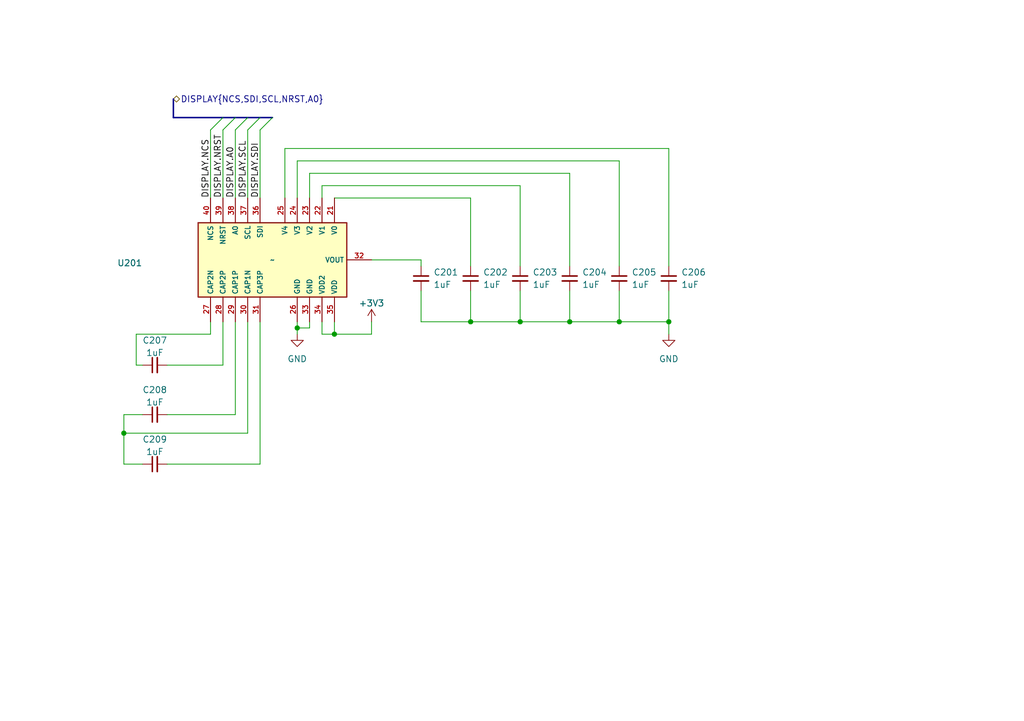
<source format=kicad_sch>
(kicad_sch (version 20231120) (generator "eeschema") (generator_version "8.0")
  (paper "A5")
  (title_block (title "EE318 - Slam Dunk Your Junk") (date "2024-05-01") (rev "V1") (company "Group 9") (comment 1 "Manufactured Design"))
  (lib_symbols
    (symbol "318_Part_Library:EA_DOGL128-6"
      (property "Reference" "U" (at 16.51 7.62 0))
      (symbol "EA_DOGL128-6_0_0"
        (rectangle (start -15.24 7.62) (end 15.24 -7.62) (stroke (width 0.254)) (fill (type background)))
      )
      (symbol "EA_DOGL128-6_1_0"
        (pin no_connect line (at -46.99 -10.16 90) (length 5.08) hide (name "NC") (number "1"))
        (pin no_connect line (at -46.99 -10.16 90) (length 5.08) hide (name "NC") (number "2"))
        (pin input line (at 12.7 12.7 270) (length 5.08) (name "V0") (number "21"))
        (pin input line (at 10.16 12.7 270) (length 5.08) (name "V1") (number "22"))
        (pin input line (at 7.62 12.7 270) (length 5.08) (name "V2") (number "23"))
        (pin input line (at 5.08 12.7 270) (length 5.08) (name "V3") (number "24"))
        (pin input line (at 2.54 12.7 270) (length 5.08) (name "V4") (number "25"))
        (pin power_in line (at 5.08 -12.7 90) (length 5.08) (name "GND") (number "26"))
        (pin input line (at -12.7 -12.7 90) (length 5.08) (name "CAP2N") (number "27"))
        (pin input line (at -10.16 -12.7 90) (length 5.08) (name "CAP2P") (number "28"))
        (pin input line (at -7.62 -12.7 90) (length 5.08) (name "CAP1P") (number "29"))
        (pin no_connect line (at -46.99 -10.16 90) (length 5.08) hide (name "NC") (number "3"))
        (pin input line (at -5.08 -12.7 90) (length 5.08) (name "CAP1N") (number "30"))
        (pin input line (at -2.54 -12.7 90) (length 5.08) (name "CAP3P") (number "31"))
        (pin power_out line (at 20.32 0 180) (length 5.08) (name "VOUT") (number "32"))
        (pin power_in line (at 7.62 -12.7 90) (length 5.08) (name "GND") (number "33"))
        (pin power_in line (at 10.16 -12.7 90) (length 5.08) (name "VDD2") (number "34"))
        (pin power_in line (at 12.7 -12.7 90) (length 5.08) (name "VDD") (number "35"))
        (pin input line (at -2.54 12.7 270) (length 5.08) (name "SDI") (number "36"))
        (pin input line (at -5.08 12.7 270) (length 5.08) (name "SCL") (number "37"))
        (pin input line (at -7.62 12.7 270) (length 5.08) (name "A0") (number "38"))
        (pin input line (at -10.16 12.7 270) (length 5.08) (name "NRST") (number "39"))
        (pin no_connect line (at -46.99 -10.16 90) (length 5.08) hide (name "NC") (number "4"))
        (pin input line (at -12.7 12.7 270) (length 5.08) (name "NCS") (number "40"))
        (pin no_connect line (at -46.99 -10.16 90) (length 5.08) hide (name "NC") (number "5"))
        (pin no_connect line (at -46.99 -10.16 90) (length 5.08) hide (name "NC") (number "6"))
      )
    )
    (symbol "Device:C_Small" (pin_numbers hide) (pin_names (offset 0.254) hide)
      (property "Reference" "C" (at 0.254 1.778 0))
      (property "Value" "C_Small" (at 0.254 -2.032 0))
      (symbol "C_Small_0_1"
        (polyline (pts (xy -1.524 -0.508) (xy 1.524 -0.508)) (stroke (width 0.3302)))
        (polyline (pts (xy -1.524 0.508) (xy 1.524 0.508)) (stroke (width 0.3048)))
      )
      (symbol "C_Small_1_1"
        (pin passive line (at 0 2.54 270) (length 2.032) (name "~") (number "1"))
        (pin passive line (at 0 -2.54 90) (length 2.032) (name "~") (number "2"))
      )
    )
    (symbol "power:+3V3" (power) (pin_names (offset 0))
      (property "Value" "+3V3" (at 0 3.556 0))
      (symbol "+3V3_0_1"
        (polyline (pts (xy -0.762 1.27) (xy 0 2.54)))
        (polyline (pts (xy 0 0) (xy 0 2.54)))
        (polyline (pts (xy 0 2.54) (xy 0.762 1.27)))
      )
      (symbol "+3V3_1_1"
        (pin power_in line (at 0 0 90) (length 0) hide (name "+3V3") (number "1"))
      )
    )
    (symbol "power:GND" (power) (pin_names (offset 0))
      (property "Value" "GND" (at 0 -3.81 0))
      (symbol "GND_0_1"
        (polyline (pts (xy 0 0) (xy 0 -1.27) (xy 1.27 -1.27) (xy 0 -2.54) (xy -1.27 -1.27) (xy 0 -1.27)))
      )
      (symbol "GND_1_1"
        (pin power_in line (at 0 0 270) (length 0) hide (name "GND") (number "1"))
      )
    )
  )
  (junction (at 60.96 67.31))
  (junction (at 106.68 66.04))
  (junction (at 116.84 66.04))
  (junction (at 137.16 66.04))
  (junction (at 25.4 88.9))
  (junction (at 68.58 68.58))
  (junction (at 96.52 66.04))
  (junction (at 127 66.04))
  (bus_entry (at 53.34 24.13) (size -2.54 2.54))
  (bus_entry (at 45.72 24.13) (size -2.54 2.54))
  (bus_entry (at 48.26 24.13) (size -2.54 2.54))
  (bus_entry (at 50.8 24.13) (size -2.54 2.54))
  (bus_entry (at 55.88 24.13) (size -2.54 2.54))
  (wire (pts (xy 60.96 40.64) (xy 60.96 33.02)))
  (bus (pts (xy 35.56 20.32) (xy 35.56 24.13)))
  (wire (pts (xy 63.5 66.04) (xy 63.5 67.31)))
  (wire (pts (xy 68.58 40.64) (xy 96.52 40.64)))
  (wire (pts (xy 53.34 26.67) (xy 53.34 40.64)))
  (wire (pts (xy 86.36 53.34) (xy 76.2 53.34)))
  (wire (pts (xy 68.58 66.04) (xy 68.58 68.58)))
  (wire (pts (xy 63.5 40.64) (xy 63.5 35.56)))
  (wire (pts (xy 86.36 59.69) (xy 86.36 66.04)))
  (wire (pts (xy 106.68 38.1) (xy 106.68 54.61)))
  (wire (pts (xy 25.4 95.25) (xy 29.21 95.25)))
  (wire (pts (xy 50.8 88.9) (xy 25.4 88.9)))
  (wire (pts (xy 106.68 66.04) (xy 116.84 66.04)))
  (wire (pts (xy 43.18 26.67) (xy 43.18 40.64)))
  (wire (pts (xy 116.84 66.04) (xy 127 66.04)))
  (bus (pts (xy 45.72 24.13) (xy 48.26 24.13)))
  (wire (pts (xy 34.29 85.09) (xy 48.26 85.09)))
  (wire (pts (xy 127 33.02) (xy 127 54.61)))
  (wire (pts (xy 96.52 66.04) (xy 106.68 66.04)))
  (wire (pts (xy 66.04 40.64) (xy 66.04 38.1)))
  (wire (pts (xy 45.72 26.67) (xy 45.72 40.64)))
  (wire (pts (xy 68.58 68.58) (xy 76.2 68.58)))
  (wire (pts (xy 96.52 40.64) (xy 96.52 54.61)))
  (wire (pts (xy 63.5 67.31) (xy 60.96 67.31)))
  (wire (pts (xy 43.18 68.58) (xy 43.18 66.04)))
  (wire (pts (xy 27.94 74.93) (xy 27.94 68.58)))
  (wire (pts (xy 66.04 38.1) (xy 106.68 38.1)))
  (wire (pts (xy 66.04 68.58) (xy 68.58 68.58)))
  (wire (pts (xy 86.36 53.34) (xy 86.36 54.61)))
  (wire (pts (xy 106.68 59.69) (xy 106.68 66.04)))
  (wire (pts (xy 25.4 85.09) (xy 29.21 85.09)))
  (wire (pts (xy 86.36 66.04) (xy 96.52 66.04)))
  (wire (pts (xy 27.94 74.93) (xy 29.21 74.93)))
  (wire (pts (xy 50.8 66.04) (xy 50.8 88.9)))
  (wire (pts (xy 137.16 59.69) (xy 137.16 66.04)))
  (wire (pts (xy 25.4 88.9) (xy 25.4 95.25)))
  (wire (pts (xy 48.26 85.09) (xy 48.26 66.04)))
  (wire (pts (xy 96.52 59.69) (xy 96.52 66.04)))
  (wire (pts (xy 116.84 35.56) (xy 116.84 54.61)))
  (wire (pts (xy 58.42 30.48) (xy 137.16 30.48)))
  (wire (pts (xy 137.16 66.04) (xy 137.16 68.58)))
  (wire (pts (xy 137.16 30.48) (xy 137.16 54.61)))
  (wire (pts (xy 25.4 88.9) (xy 25.4 85.09)))
  (wire (pts (xy 27.94 68.58) (xy 43.18 68.58)))
  (wire (pts (xy 58.42 40.64) (xy 58.42 30.48)))
  (wire (pts (xy 76.2 68.58) (xy 76.2 66.04)))
  (wire (pts (xy 50.8 26.67) (xy 50.8 40.64)))
  (wire (pts (xy 63.5 35.56) (xy 116.84 35.56)))
  (wire (pts (xy 34.29 95.25) (xy 53.34 95.25)))
  (wire (pts (xy 45.72 66.04) (xy 45.72 74.93)))
  (bus (pts (xy 48.26 24.13) (xy 50.8 24.13)))
  (wire (pts (xy 127 66.04) (xy 137.16 66.04)))
  (bus (pts (xy 53.34 24.13) (xy 55.88 24.13)))
  (bus (pts (xy 35.56 24.13) (xy 45.72 24.13)))
  (wire (pts (xy 60.96 66.04) (xy 60.96 67.31)))
  (wire (pts (xy 34.29 74.93) (xy 45.72 74.93)))
  (wire (pts (xy 116.84 59.69) (xy 116.84 66.04)))
  (wire (pts (xy 60.96 67.31) (xy 60.96 68.58)))
  (wire (pts (xy 53.34 66.04) (xy 53.34 95.25)))
  (wire (pts (xy 66.04 66.04) (xy 66.04 68.58)))
  (bus (pts (xy 50.8 24.13) (xy 53.34 24.13)))
  (wire (pts (xy 48.26 26.67) (xy 48.26 40.64)))
  (wire (pts (xy 127 59.69) (xy 127 66.04)))
  (wire (pts (xy 60.96 33.02) (xy 127 33.02)))
  (label "DISPLAY.NRST" (at 45.72 40.64 90))
  (label "DISPLAY.A0" (at 48.26 40.64 90))
  (label "DISPLAY.NCS" (at 43.18 40.64 90))
  (label "DISPLAY.SCL" (at 50.8 40.64 90))
  (label "DISPLAY.SDI" (at 53.34 40.64 90))
  (hierarchical_label "DISPLAY{NCS,SDI,SCL,NRST,A0}" (shape bidirectional) (at 35.56 20.32 0))
  (symbol (lib_id "power:+3V3") (at 76.2 66.04 0) (unit 1)
    (property "Reference" "#PWR0205" (effects (hide yes)))
    (property "Value" "+3V3" (at 76.2 62.23 0))
  )
  (symbol (lib_id "318_Part_Library:EA_DOGL128-6") (at 55.88 53.34 0) (unit 1)
    (property "Reference" "U201" (at 29.21 53.975 0) (effects (justify right)))
    (property "Value" "~" (at 55.88 53.34 0))
    (property "Footprint" "318_Footprint_Library:EA_DOGL128-6" (effects (hide yes)))
  )
  (symbol (lib_id "Device:C_Small") (at 127 57.15 0) (unit 1)
    (property "Reference" "C205" (at 129.54 55.88 0) (effects (justify left)))
    (property "Value" "1uF" (at 129.54 58.42 0) (effects (justify left)))
    (property "Footprint" "Capacitor_THT:C_Disc_D4.3mm_W1.9mm_P5.00mm" (effects (hide yes)))
  )
  (symbol (lib_id "Device:C_Small") (at 31.75 74.93 90) (unit 1)
    (property "Reference" "C207" (at 31.7563 69.85 90))
    (property "Value" "1uF" (at 31.7563 72.39 90))
    (property "Footprint" "Capacitor_THT:C_Disc_D4.3mm_W1.9mm_P5.00mm" (effects (hide yes)))
  )
  (symbol (lib_id "power:GND") (at 137.16 68.58 0) (unit 1)
    (property "Reference" "#PWR0201" (effects (hide yes)))
    (property "Value" "GND" (at 137.16 73.66 0))
  )
  (symbol (lib_id "Device:C_Small") (at 31.75 95.25 90) (unit 1)
    (property "Reference" "C209" (at 31.7563 90.17 90))
    (property "Value" "1uF" (at 31.7563 92.71 90))
    (property "Footprint" "Capacitor_THT:C_Disc_D4.3mm_W1.9mm_P5.00mm" (effects (hide yes)))
  )
  (symbol (lib_id "Device:C_Small") (at 106.68 57.15 0) (unit 1)
    (property "Reference" "C203" (at 109.22 55.88 0) (effects (justify left)))
    (property "Value" "1uF" (at 109.22 58.42 0) (effects (justify left)))
    (property "Footprint" "Capacitor_THT:C_Disc_D4.3mm_W1.9mm_P5.00mm" (effects (hide yes)))
  )
  (symbol (lib_id "Device:C_Small") (at 96.52 57.15 0) (unit 1)
    (property "Reference" "C202" (at 99.06 55.88 0) (effects (justify left)))
    (property "Value" "1uF" (at 99.06 58.42 0) (effects (justify left)))
    (property "Footprint" "Capacitor_THT:C_Disc_D4.3mm_W1.9mm_P5.00mm" (effects (hide yes)))
  )
  (symbol (lib_id "Device:C_Small") (at 86.36 57.15 0) (unit 1)
    (property "Reference" "C201" (at 88.9 55.88 0) (effects (justify left)))
    (property "Value" "1uF" (at 88.9 58.42 0) (effects (justify left)))
    (property "Footprint" "Capacitor_THT:C_Disc_D4.3mm_W1.9mm_P5.00mm" (effects (hide yes)))
  )
  (symbol (lib_id "Device:C_Small") (at 116.84 57.15 0) (unit 1)
    (property "Reference" "C204" (at 119.38 55.88 0) (effects (justify left)))
    (property "Value" "1uF" (at 119.38 58.42 0) (effects (justify left)))
    (property "Footprint" "Capacitor_THT:C_Disc_D4.3mm_W1.9mm_P5.00mm" (effects (hide yes)))
  )
  (symbol (lib_id "Device:C_Small") (at 137.16 57.15 0) (unit 1)
    (property "Reference" "C206" (at 139.7 55.88 0) (effects (justify left)))
    (property "Value" "1uF" (at 139.7 58.42 0) (effects (justify left)))
    (property "Footprint" "Capacitor_THT:C_Disc_D4.3mm_W1.9mm_P5.00mm" (effects (hide yes)))
  )
  (symbol (lib_id "Device:C_Small") (at 31.75 85.09 90) (unit 1)
    (property "Reference" "C208" (at 31.7563 80.01 90))
    (property "Value" "1uF" (at 31.7563 82.55 90))
    (property "Footprint" "Capacitor_THT:C_Disc_D4.3mm_W1.9mm_P5.00mm" (effects (hide yes)))
  )
  (symbol (lib_id "power:GND") (at 60.96 68.58 0) (unit 1)
    (property "Reference" "#PWR0204" (effects (hide yes)))
    (property "Value" "GND" (at 60.96 73.66 0))
  )
)
</source>
